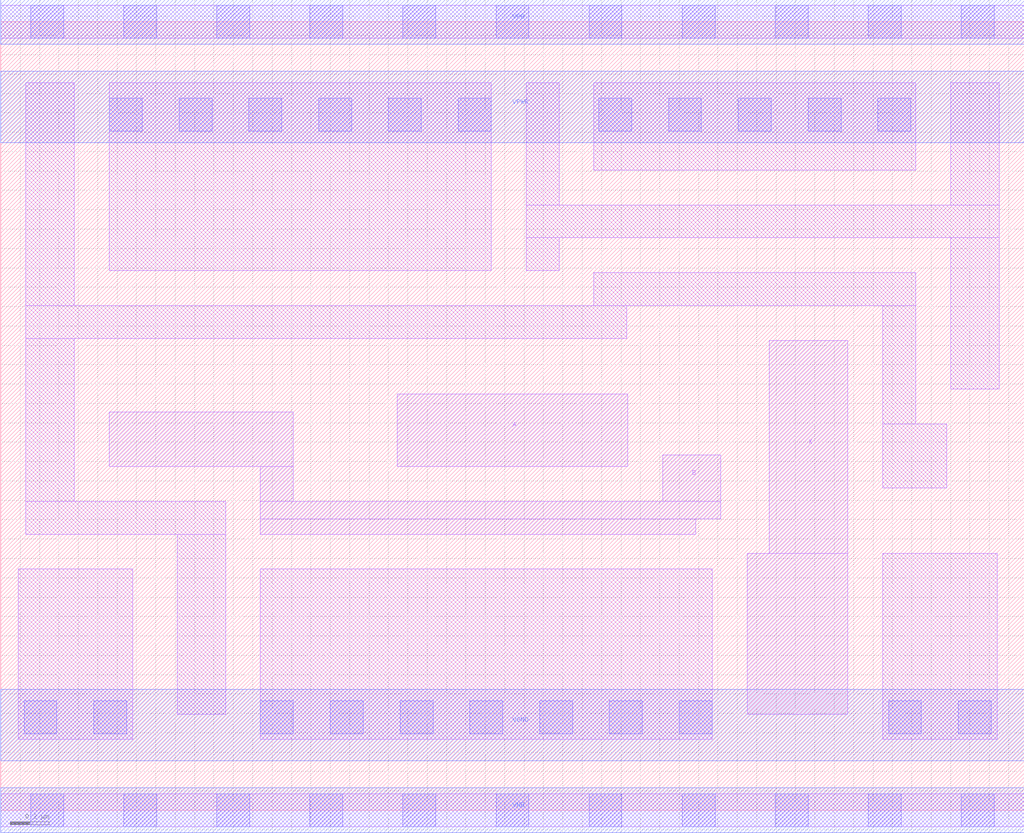
<source format=lef>
# Copyright 2020 The SkyWater PDK Authors
#
# Licensed under the Apache License, Version 2.0 (the "License");
# you may not use this file except in compliance with the License.
# You may obtain a copy of the License at
#
#     https://www.apache.org/licenses/LICENSE-2.0
#
# Unless required by applicable law or agreed to in writing, software
# distributed under the License is distributed on an "AS IS" BASIS,
# WITHOUT WARRANTIES OR CONDITIONS OF ANY KIND, either express or implied.
# See the License for the specific language governing permissions and
# limitations under the License.
#
# SPDX-License-Identifier: Apache-2.0

VERSION 5.7 ;
  NOWIREEXTENSIONATPIN ON ;
  DIVIDERCHAR "/" ;
  BUSBITCHARS "[]" ;
UNITS
  DATABASE MICRONS 200 ;
END UNITS
MACRO sky130_fd_sc_hvl__xor2_1
  CLASS CORE ;
  FOREIGN sky130_fd_sc_hvl__xor2_1 ;
  ORIGIN  0.000000  0.000000 ;
  SIZE  5.280000 BY  4.070000 ;
  SYMMETRY X Y ;
  SITE unithv ;
  PIN A
    ANTENNAGATEAREA  2.250000 ;
    DIRECTION INPUT ;
    USE SIGNAL ;
    PORT
      LAYER li1 ;
        RECT 2.045000 1.775000 3.235000 2.150000 ;
    END
  END A
  PIN B
    ANTENNAGATEAREA  2.250000 ;
    DIRECTION INPUT ;
    USE SIGNAL ;
    PORT
      LAYER li1 ;
        RECT 0.560000 1.775000 1.510000 2.055000 ;
        RECT 1.340000 1.425000 3.585000 1.505000 ;
        RECT 1.340000 1.505000 3.715000 1.595000 ;
        RECT 1.340000 1.595000 1.510000 1.775000 ;
        RECT 3.415000 1.595000 3.715000 1.835000 ;
    END
  END B
  PIN X
    ANTENNADIFFAREA  0.637500 ;
    DIRECTION OUTPUT ;
    USE SIGNAL ;
    PORT
      LAYER li1 ;
        RECT 3.850000 0.495000 4.370000 1.325000 ;
        RECT 3.965000 1.325000 4.370000 2.425000 ;
    END
  END X
  PIN VGND
    DIRECTION INOUT ;
    USE GROUND ;
    PORT
      LAYER met1 ;
        RECT 0.000000 0.255000 5.280000 0.625000 ;
    END
  END VGND
  PIN VNB
    DIRECTION INOUT ;
    USE GROUND ;
    PORT
      LAYER met1 ;
        RECT 0.000000 -0.115000 5.280000 0.115000 ;
    END
  END VNB
  PIN VPB
    DIRECTION INOUT ;
    USE POWER ;
    PORT
      LAYER met1 ;
        RECT 0.000000 3.955000 5.280000 4.185000 ;
    END
  END VPB
  PIN VPWR
    DIRECTION INOUT ;
    USE POWER ;
    PORT
      LAYER met1 ;
        RECT 0.000000 3.445000 5.280000 3.815000 ;
    END
  END VPWR
  OBS
    LAYER li1 ;
      RECT 0.000000 -0.085000 5.280000 0.085000 ;
      RECT 0.000000  3.985000 5.280000 4.155000 ;
      RECT 0.090000  0.365000 0.680000 1.245000 ;
      RECT 0.130000  1.425000 1.160000 1.595000 ;
      RECT 0.130000  1.595000 0.380000 2.435000 ;
      RECT 0.130000  2.435000 3.230000 2.605000 ;
      RECT 0.130000  2.605000 0.380000 3.755000 ;
      RECT 0.560000  2.785000 2.530000 3.755000 ;
      RECT 0.910000  0.495000 1.160000 1.425000 ;
      RECT 1.340000  0.365000 3.670000 1.245000 ;
      RECT 2.710000  2.785000 2.880000 2.955000 ;
      RECT 2.710000  2.955000 5.150000 3.125000 ;
      RECT 2.710000  3.125000 2.880000 3.755000 ;
      RECT 3.060000  2.605000 4.720000 2.775000 ;
      RECT 3.060000  3.305000 4.720000 3.755000 ;
      RECT 4.550000  0.365000 5.140000 1.325000 ;
      RECT 4.550000  1.665000 4.880000 1.995000 ;
      RECT 4.550000  1.995000 4.720000 2.605000 ;
      RECT 4.900000  2.175000 5.150000 2.955000 ;
      RECT 4.900000  3.125000 5.150000 3.755000 ;
    LAYER mcon ;
      RECT 0.120000  0.395000 0.290000 0.565000 ;
      RECT 0.155000 -0.085000 0.325000 0.085000 ;
      RECT 0.155000  3.985000 0.325000 4.155000 ;
      RECT 0.480000  0.395000 0.650000 0.565000 ;
      RECT 0.560000  3.505000 0.730000 3.675000 ;
      RECT 0.635000 -0.085000 0.805000 0.085000 ;
      RECT 0.635000  3.985000 0.805000 4.155000 ;
      RECT 0.920000  3.505000 1.090000 3.675000 ;
      RECT 1.115000 -0.085000 1.285000 0.085000 ;
      RECT 1.115000  3.985000 1.285000 4.155000 ;
      RECT 1.280000  3.505000 1.450000 3.675000 ;
      RECT 1.340000  0.395000 1.510000 0.565000 ;
      RECT 1.595000 -0.085000 1.765000 0.085000 ;
      RECT 1.595000  3.985000 1.765000 4.155000 ;
      RECT 1.640000  3.505000 1.810000 3.675000 ;
      RECT 1.700000  0.395000 1.870000 0.565000 ;
      RECT 2.000000  3.505000 2.170000 3.675000 ;
      RECT 2.060000  0.395000 2.230000 0.565000 ;
      RECT 2.075000 -0.085000 2.245000 0.085000 ;
      RECT 2.075000  3.985000 2.245000 4.155000 ;
      RECT 2.360000  3.505000 2.530000 3.675000 ;
      RECT 2.420000  0.395000 2.590000 0.565000 ;
      RECT 2.555000 -0.085000 2.725000 0.085000 ;
      RECT 2.555000  3.985000 2.725000 4.155000 ;
      RECT 2.780000  0.395000 2.950000 0.565000 ;
      RECT 3.035000 -0.085000 3.205000 0.085000 ;
      RECT 3.035000  3.985000 3.205000 4.155000 ;
      RECT 3.085000  3.505000 3.255000 3.675000 ;
      RECT 3.140000  0.395000 3.310000 0.565000 ;
      RECT 3.445000  3.505000 3.615000 3.675000 ;
      RECT 3.500000  0.395000 3.670000 0.565000 ;
      RECT 3.515000 -0.085000 3.685000 0.085000 ;
      RECT 3.515000  3.985000 3.685000 4.155000 ;
      RECT 3.805000  3.505000 3.975000 3.675000 ;
      RECT 3.995000 -0.085000 4.165000 0.085000 ;
      RECT 3.995000  3.985000 4.165000 4.155000 ;
      RECT 4.165000  3.505000 4.335000 3.675000 ;
      RECT 4.475000 -0.085000 4.645000 0.085000 ;
      RECT 4.475000  3.985000 4.645000 4.155000 ;
      RECT 4.525000  3.505000 4.695000 3.675000 ;
      RECT 4.580000  0.395000 4.750000 0.565000 ;
      RECT 4.940000  0.395000 5.110000 0.565000 ;
      RECT 4.955000 -0.085000 5.125000 0.085000 ;
      RECT 4.955000  3.985000 5.125000 4.155000 ;
  END
END sky130_fd_sc_hvl__xor2_1
END LIBRARY

</source>
